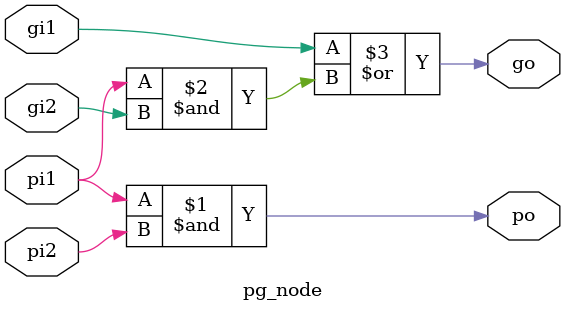
<source format=v>
module pg_node(
  input   wire    pi1,
  input   wire    pi2, //lower
  input   wire    gi1,
  input   wire    gi2, //lower
  output  wire    po,
  output  wire    go
);

assign po = pi1 & pi2;
assign go = gi1 | (pi1 & gi2);

endmodule

</source>
